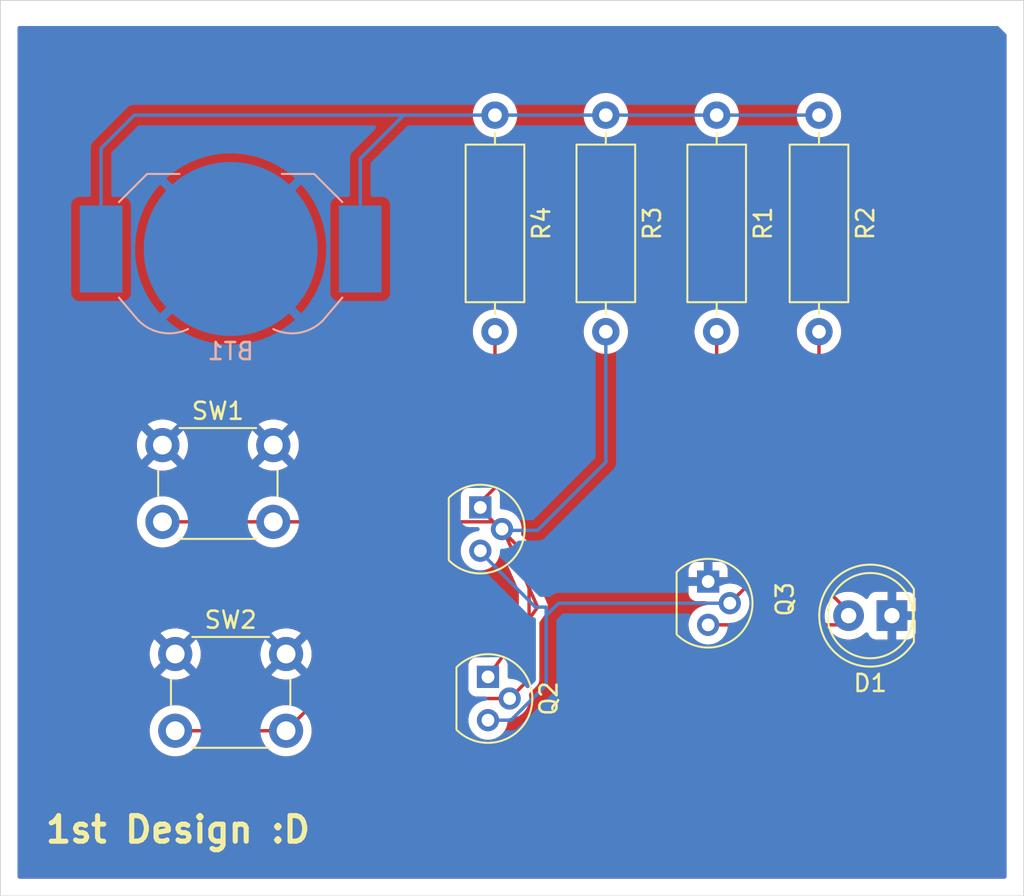
<source format=kicad_pcb>
(kicad_pcb (version 20241229) (generator "pcbnew") (generator_version "9.0")
  (layers (0 "F.Cu" signal) (2 "B.Cu" signal) (13 "F.Paste" user) (15 "B.Paste" user) (5 "F.SilkS" user "F.Silkscreen") (7 "B.SilkS" user "B.Silkscreen") (1 "F.Mask" user) (3 "B.Mask" user) (25 "Edge.Cuts" user))
  (net 0 "")
  (net 1 "GND")
  (net 2 "Net-(BT1-+)")
  (net 3 "Net-(D1-A)")
  (net 4 "Net-(Q1-B)")
  (net 5 "Net-(Q1-C)")
  (footprint "Resistor_THT:R_Axial_DIN0309_L9.0mm_D3.2mm_P12.70mm_Horizontal" (layer "F.Cu") (at 144.5 60.225 -90)
    (property "Reference" "R2" (at 6.35 -2.72 90) (layer "F.SilkS"))
    (property "Value" "470k")
    (fp_line (start 1.04 0) (end 1.73 0) (stroke (width 0.12)) (layer "F.SilkS"))
    (fp_line (start 11.66 0) (end 10.97 0) (stroke (width 0.12)) (layer "F.SilkS"))
    (fp_rect (start 1.73 -1.72) (end 10.97 1.72) (stroke (width 0.12)) (fill no) (layer "F.SilkS"))
    (pad "1" thru_hole circle (at 0 0 270) (size 1.6 1.6) (drill 0.8) (layers "*.Cu" "*.Mask") (net 2 "Net-(BT1-+)"))
    (pad "2" thru_hole circle (at 12.7 0 270) (size 1.6 1.6) (drill 0.8) (layers "*.Cu" "*.Mask") (net 3 "Net-(D1-A)"))
  )
  (footprint "Resistor_THT:R_Axial_DIN0309_L9.0mm_D3.2mm_P12.70mm_Horizontal" (layer "F.Cu") (at 125.5 60.225 -90)
    (property "Reference" "R4" (at 6.35 -2.72 90) (layer "F.SilkS"))
    (property "Value" "10k")
    (fp_line (start 1.04 0) (end 1.73 0) (stroke (width 0.12)) (layer "F.SilkS"))
    (fp_line (start 11.66 0) (end 10.97 0) (stroke (width 0.12)) (layer "F.SilkS"))
    (fp_rect (start 1.73 -1.72) (end 10.97 1.72) (stroke (width 0.12)) (fill no) (layer "F.SilkS"))
    (pad "1" thru_hole circle (at 0 0 270) (size 1.6 1.6) (drill 0.8) (layers "*.Cu" "*.Mask") (net 2 "Net-(BT1-+)"))
    (pad "2" thru_hole circle (at 12.7 0 270) (size 1.6 1.6) (drill 0.8) (layers "*.Cu" "*.Mask") (net 4 "Net-(Q1-B)"))
  )
  (footprint "Package_TO_SOT_THT:TO-92" (layer "F.Cu") (at 125.09 93.165 -90)
    (property "Reference" "Q2" (at 1.27 -3.56 90) (layer "F.SilkS"))
    (property "Value" "Transistor 2")
    (fp_line (start -0.53 1.85) (end 3.07 1.85) (stroke (width 0.12)) (layer "F.SilkS"))
    (fp_arc (start -0.568478 1.838478) (mid -1.132087 -0.994977) (end 1.27 -2.6) (stroke (width 0.12)) (layer "F.SilkS"))
    (fp_arc (start 1.27 -2.6) (mid 3.672087 -0.994977) (end 3.108478 1.838478) (stroke (width 0.12)) (layer "F.SilkS"))
    (pad "1" thru_hole rect (at 0 0 270) (size 1.3 1.3) (drill 0.75) (layers "*.Cu" "*.Mask") (net 4 "Net-(Q1-B)"))
    (pad "2" thru_hole circle (at 1.27 -1.27 270) (size 1.3 1.3) (drill 0.75) (layers "*.Cu" "*.Mask") (net 4 "Net-(Q1-B)"))
    (pad "3" thru_hole circle (at 2.54 0 270) (size 1.3 1.3) (drill 0.75) (layers "*.Cu" "*.Mask") (net 5 "Net-(Q1-C)"))
  )
  (footprint "Package_TO_SOT_THT:TO-92" (layer "F.Cu") (at 124.64 83.23 -90)
    (property "Reference" "Q1" (hide yes))
    (property "Value" "Transistor 1")
    (fp_line (start -0.53 1.85) (end 3.07 1.85) (stroke (width 0.12)) (layer "F.SilkS"))
    (fp_arc (start -0.568478 1.838478) (mid -1.132087 -0.994977) (end 1.27 -2.6) (stroke (width 0.12)) (layer "F.SilkS"))
    (fp_arc (start 1.27 -2.6) (mid 3.672087 -0.994977) (end 3.108478 1.838478) (stroke (width 0.12)) (layer "F.SilkS"))
    (pad "1" thru_hole rect (at 0 0 270) (size 1.3 1.3) (drill 0.75) (layers "*.Cu" "*.Mask") (net 4 "Net-(Q1-B)"))
    (pad "2" thru_hole circle (at 1.27 -1.27 270) (size 1.3 1.3) (drill 0.75) (layers "*.Cu" "*.Mask") (net 4 "Net-(Q1-B)"))
    (pad "3" thru_hole circle (at 2.54 0 270) (size 1.3 1.3) (drill 0.75) (layers "*.Cu" "*.Mask") (net 5 "Net-(Q1-C)"))
  )
  (footprint "Resistor_THT:R_Axial_DIN0309_L9.0mm_D3.2mm_P12.70mm_Horizontal" (layer "F.Cu") (at 138.5 60.225 -90)
    (property "Reference" "R1" (at 6.35 -2.72 90) (layer "F.SilkS"))
    (property "Value" "33k")
    (fp_line (start 1.04 0) (end 1.73 0) (stroke (width 0.12)) (layer "F.SilkS"))
    (fp_line (start 11.66 0) (end 10.97 0) (stroke (width 0.12)) (layer "F.SilkS"))
    (fp_rect (start 1.73 -1.72) (end 10.97 1.72) (stroke (width 0.12)) (fill no) (layer "F.SilkS"))
    (pad "1" thru_hole circle (at 0 0 270) (size 1.6 1.6) (drill 0.8) (layers "*.Cu" "*.Mask") (net 2 "Net-(BT1-+)"))
    (pad "2" thru_hole circle (at 12.7 0 270) (size 1.6 1.6) (drill 0.8) (layers "*.Cu" "*.Mask") (net 5 "Net-(Q1-C)"))
  )
  (footprint "Button_Switch_THT:SW_PUSH_6mm" (layer "F.Cu") (at 106.75 91.825)
    (property "Reference" "SW2" (at 3.25 -2 0) (layer "F.SilkS"))
    (property "Value" "Switch")
    (fp_line (start -0.25 1.5) (end -0.25 3) (stroke (width 0.12)) (layer "F.SilkS"))
    (fp_line (start 1 5.5) (end 5.5 5.5) (stroke (width 0.12)) (layer "F.SilkS"))
    (fp_line (start 5.5 -1) (end 1 -1) (stroke (width 0.12)) (layer "F.SilkS"))
    (fp_line (start 6.75 3) (end 6.75 1.5) (stroke (width 0.12)) (layer "F.SilkS"))
    (pad "1" thru_hole circle (at 0 0 90) (size 2 2) (drill 1.1) (layers "*.Cu" "*.Mask") (net 1 "GND"))
    (pad "1" thru_hole circle (at 6.5 0 90) (size 2 2) (drill 1.1) (layers "*.Cu" "*.Mask") (net 1 "GND"))
    (pad "2" thru_hole circle (at 0 4.5 90) (size 2 2) (drill 1.1) (layers "*.Cu" "*.Mask") (net 4 "Net-(Q1-B)"))
    (pad "2" thru_hole circle (at 6.5 4.5 90) (size 2 2) (drill 1.1) (layers "*.Cu" "*.Mask") (net 4 "Net-(Q1-B)"))
  )
  (footprint "Button_Switch_THT:SW_PUSH_6mm" (layer "F.Cu") (at 106 79.575)
    (property "Reference" "SW1" (at 3.25 -2 0) (layer "F.SilkS"))
    (property "Value" "SW_SPST")
    (fp_line (start -0.25 1.5) (end -0.25 3) (stroke (width 0.12)) (layer "F.SilkS"))
    (fp_line (start 1 5.5) (end 5.5 5.5) (stroke (width 0.12)) (layer "F.SilkS"))
    (fp_line (start 5.5 -1) (end 1 -1) (stroke (width 0.12)) (layer "F.SilkS"))
    (fp_line (start 6.75 3) (end 6.75 1.5) (stroke (width 0.12)) (layer "F.SilkS"))
    (pad "1" thru_hole circle (at 0 0 90) (size 2 2) (drill 1.1) (layers "*.Cu" "*.Mask") (net 1 "GND"))
    (pad "1" thru_hole circle (at 6.5 0 90) (size 2 2) (drill 1.1) (layers "*.Cu" "*.Mask") (net 1 "GND"))
    (pad "2" thru_hole circle (at 0 4.5 90) (size 2 2) (drill 1.1) (layers "*.Cu" "*.Mask") (net 4 "Net-(Q1-B)"))
    (pad "2" thru_hole circle (at 6.5 4.5 90) (size 2 2) (drill 1.1) (layers "*.Cu" "*.Mask") (net 4 "Net-(Q1-B)"))
  )
  (footprint "LED_THT:LED_D5.0mm" (layer "F.Cu") (at 148.775 89.575 180)
    (property "Reference" "D1" (at 1.27 -3.96 0) (layer "F.SilkS"))
    (property "Value" "LED")
    (fp_line (start -1.29 -1.545) (end -1.29 1.545) (stroke (width 0.12)) (layer "F.SilkS"))
    (fp_arc (start 4.26 0) (mid 2.071779 2.880495) (end -1.29 1.54483) (stroke (width 0.12)) (layer "F.SilkS"))
    (fp_arc (start -1.29 -1.54483) (mid 2.071779 -2.880495) (end 4.26 0) (stroke (width 0.12)) (layer "F.SilkS"))
    (fp_circle (center 1.27 0) (end 3.77 0) (stroke (width 0.12)) (fill no) (layer "F.SilkS"))
    (pad "1" thru_hole rect (at 0 0 180) (size 1.8 1.8) (drill 0.9) (layers "*.Cu" "*.Mask") (net 1 "GND"))
    (pad "2" thru_hole circle (at 2.54 0 180) (size 1.8 1.8) (drill 0.9) (layers "*.Cu" "*.Mask") (net 3 "Net-(D1-A)"))
  )
  (footprint "Resistor_THT:R_Axial_DIN0309_L9.0mm_D3.2mm_P12.70mm_Horizontal" (layer "F.Cu") (at 132 60.225 -90)
    (property "Reference" "R3" (at 6.35 -2.72 90) (layer "F.SilkS"))
    (property "Value" "10k")
    (fp_line (start 1.04 0) (end 1.73 0) (stroke (width 0.12)) (layer "F.SilkS"))
    (fp_line (start 11.66 0) (end 10.97 0) (stroke (width 0.12)) (layer "F.SilkS"))
    (fp_rect (start 1.73 -1.72) (end 10.97 1.72) (stroke (width 0.12)) (fill no) (layer "F.SilkS"))
    (pad "1" thru_hole circle (at 0 0 270) (size 1.6 1.6) (drill 0.8) (layers "*.Cu" "*.Mask") (net 2 "Net-(BT1-+)"))
    (pad "2" thru_hole circle (at 12.7 0 270) (size 1.6 1.6) (drill 0.8) (layers "*.Cu" "*.Mask") (net 4 "Net-(Q1-B)"))
  )
  (footprint "Package_TO_SOT_THT:TO-92" (layer "F.Cu") (at 138 87.575 -90)
    (property "Reference" "Q3" (at 1.04 -4.5 90) (layer "F.SilkS"))
    (property "Value" "Transistor 3")
    (fp_line (start -0.53 1.85) (end 3.07 1.85) (stroke (width 0.12)) (layer "F.SilkS"))
    (fp_arc (start -0.568478 1.838478) (mid -1.132087 -0.994977) (end 1.27 -2.6) (stroke (width 0.12)) (layer "F.SilkS"))
    (fp_arc (start 1.27 -2.6) (mid 3.672087 -0.994977) (end 3.108478 1.838478) (stroke (width 0.12)) (layer "F.SilkS"))
    (pad "1" thru_hole rect (at 0 0 270) (size 1.3 1.3) (drill 0.75) (layers "*.Cu" "*.Mask") (net 1 "GND"))
    (pad "2" thru_hole circle (at 1.27 -1.27 270) (size 1.3 1.3) (drill 0.75) (layers "*.Cu" "*.Mask") (net 5 "Net-(Q1-C)"))
    (pad "3" thru_hole circle (at 2.54 0 270) (size 1.3 1.3) (drill 0.75) (layers "*.Cu" "*.Mask") (net 3 "Net-(D1-A)"))
  )
  (footprint "Battery:BatteryHolder_LINX_BAT-HLD-012-SMT" (layer "B.Cu") (at 110 68.075 180)
    (property "Reference" "BT1" (at 0 -6 0) (layer "B.SilkS") (effects (justify mirror)))
    (property "Value" "Battery_Cell")
    (fp_line (start 6.55 -2.85) (end 5.4 -4.2) (stroke (width 0.12)) (layer "B.SilkS"))
    (fp_line (start 4.9 4.4) (end 6.55 2.75) (stroke (width 0.12)) (layer "B.SilkS"))
    (fp_line (start 4.9 4.4) (end 3 4.4) (stroke (width 0.12)) (layer "B.SilkS"))
    (fp_line (start -4.9 4.4) (end -3 4.4) (stroke (width 0.12)) (layer "B.SilkS"))
    (fp_line (start -6.55 2.75) (end -4.9 4.4) (stroke (width 0.12)) (layer "B.SilkS"))
    (fp_line (start -6.55 -2.85) (end -5.4 -4.2) (stroke (width 0.12)) (layer "B.SilkS"))
    (fp_arc (start 2.501694 -4.696459) (mid 4.029781 -4.909041) (end 5.4 -4.2) (stroke (width 0.12)) (layer "B.SilkS"))
    (fp_arc (start -5.4 -4.2) (mid -4.031094 -4.908816) (end -2.504098 -4.697607) (stroke (width 0.12)) (layer "B.SilkS"))
    (fp_text user "${REFERENCE}" (at 0 0 0) (layer "F.Cu"))
    (pad "1" smd rect (at -7.6 0 180) (size 2.5 5.1) (layers "B.Cu" "B.Mask" "B.Paste") (net 2 "Net-(BT1-+)"))
    (pad "1" smd rect (at 7.6 0 180) (size 2.5 5.1) (layers "B.Cu" "B.Mask" "B.Paste") (net 2 "Net-(BT1-+)"))
    (pad "2" smd circle (at 0 0 180) (size 10.2 10.2) (layers "B.Cu" "B.Mask") (net 1 "GND"))
  )
  (gr_line (start 125.09 93.165) (end 128 89.075) (stroke (width 0.2)) (layer "F.Cu") (net 4))
  (gr_line (start 128 89.075) (end 126 84.575) (stroke (width 0.2)) (layer "F.Cu") (net 4))
  (gr_rect (start 96.5 53.5) (end 156.5 106) (stroke (width 0.05)) (fill no) (layer "Edge.Cuts"))
  (gr_text "1st Design :D" (at 99 103 0) (layer "F.SilkS") (effects (font (size 1.5 1.5) (thickness 0.3) (bold yes)) (justify left bottom)))
  (segment (start 117.6 62.775) (end 120.15 60.225) (width 0.2) (layer "B.Cu") (net 2))
  (segment (start 132 60.225) (end 138.5 60.225) (width 0.2) (layer "B.Cu") (net 2))
  (segment (start 120.15 60.225) (end 125.5 60.225) (width 0.2) (layer "B.Cu") (net 2))
  (segment (start 102.4 62.175) (end 104.35 60.225) (width 0.2) (layer "B.Cu") (net 2))
  (segment (start 117.6 68.075) (end 117.6 62.775) (width 0.2) (layer "B.Cu") (net 2))
  (segment (start 102.4 68.075) (end 102.4 62.175) (width 0.2) (layer "B.Cu") (net 2))
  (segment (start 138.5 60.225) (end 144.5 60.225) (width 0.2) (layer "B.Cu") (net 2))
  (segment (start 104.35 60.225) (end 120.15 60.225) (width 0.2) (layer "B.Cu") (net 2))
  (segment (start 125.5 60.225) (end 132 60.225) (width 0.2) (layer "B.Cu") (net 2))
  (segment (start 138 90.115) (end 145.695 90.115) (width 0.2) (layer "F.Cu") (net 3))
  (segment (start 146.235 89.575) (end 146.235 89.34) (width 0.2) (layer "F.Cu") (net 3))
  (segment (start 145.695 90.115) (end 146.235 89.575) (width 0.2) (layer "F.Cu") (net 3))
  (segment (start 144.5 87.605) (end 144.5 72.925) (width 0.2) (layer "F.Cu") (net 3))
  (segment (start 146.235 89.34) (end 144.5 87.605) (width 0.2) (layer "F.Cu") (net 3))
  (segment (start 124.64 83.305) (end 124.64 82.935) (width 0.2) (layer "F.Cu") (net 4))
  (segment (start 113.25 96.325) (end 115.14 94.435) (width 0.2) (layer "F.Cu") (net 4))
  (segment (start 127.5 93.295) (end 127.5 86.165) (width 0.2) (layer "F.Cu") (net 4))
  (segment (start 125.41 84.075) (end 125.91 84.575) (width 0.2) (layer "F.Cu") (net 4))
  (segment (start 112.5 84.075) (end 125.41 84.075) (width 0.2) (layer "F.Cu") (net 4))
  (segment (start 126.36 94.435) (end 127.5 93.295) (width 0.2) (layer "F.Cu") (net 4))
  (segment (start 115.14 94.435) (end 126.36 94.435) (width 0.2) (layer "F.Cu") (net 4))
  (segment (start 106 84.075) (end 112.5 84.075) (width 0.2) (layer "F.Cu") (net 4))
  (segment (start 106.75 96.325) (end 113.25 96.325) (width 0.2) (layer "F.Cu") (net 4))
  (segment (start 127.5 86.165) (end 124.64 83.305) (width 0.2) (layer "F.Cu") (net 4))
  (segment (start 124.64 82.935) (end 125.5 82.075) (width 0.2) (layer "F.Cu") (net 4))
  (segment (start 125.5 82.075) (end 125.5 72.925) (width 0.2) (layer "F.Cu") (net 4))
  (segment (start 124.64 83.305) (end 124.77 83.305) (width 0.2) (layer "B.Cu") (net 4))
  (segment (start 125.91 84.575) (end 128 84.575) (width 0.2) (layer "B.Cu") (net 4))
  (segment (start 128 84.575) (end 132 80.575) (width 0.2) (layer "B.Cu") (net 4))
  (segment (start 132 80.575) (end 132 72.925) (width 0.2) (layer "B.Cu") (net 4))
  (segment (start 124.77 83.305) (end 125 83.075) (width 0.2) (layer "B.Cu") (net 4))
  (segment (start 139.27 88.845) (end 141.5 86.615) (width 0.2) (layer "F.Cu") (net 5))
  (segment (start 141.5 86.615) (end 141.5 86.575) (width 0.2) (layer "F.Cu") (net 5))
  (segment (start 138.5 83.575) (end 138.5 72.925) (width 0.2) (layer "F.Cu") (net 5))
  (segment (start 141.5 86.575) (end 138.5 83.575) (width 0.2) (layer "F.Cu") (net 5))
  (segment (start 128.5 89.575) (end 128.5 89.075) (width 0.2) (layer "B.Cu") (net 5))
  (segment (start 128.5 89.575) (end 129.23 88.845) (width 0.2) (layer "B.Cu") (net 5))
  (segment (start 125.09 95.705) (end 126.434918 95.705) (width 0.2) (layer "B.Cu") (net 5))
  (segment (start 126.434918 95.705) (end 128.5 93.639918) (width 0.2) (layer "B.Cu") (net 5))
  (segment (start 127.87 89.075) (end 124.64 85.845) (width 0.2) (layer "B.Cu") (net 5))
  (segment (start 129.23 88.845) (end 139.27 88.845) (width 0.2) (layer "B.Cu") (net 5))
  (segment (start 128.5 93.639918) (end 128.5 89.575) (width 0.2) (layer "B.Cu") (net 5))
  (segment (start 128.5 89.075) (end 127.87 89.075) (width 0.2) (layer "B.Cu") (net 5))
  (zone (net 1) (net_name "GND") (layer "F.Cu") (connect_pads (clearance 0.5)) (min_thickness 0.25) (fill yes (thermal_gap 0.5) (thermal_bridge_width 0.5))
    (polygon (pts (xy 97.5 55) (xy 155 55) (xy 155.5 55.5) (xy 155.5 105) (xy 97.5 105) (xy 97.5 55.5)))
  )
  (zone (net 1) (net_name "GND") (layer "B.Cu") (priority 1) (connect_pads (clearance 0.5)) (min_thickness 0.25) (fill yes (thermal_gap 0.5) (thermal_bridge_width 0.5))
    (polygon (pts (xy 97.5 55) (xy 155 55) (xy 155.5 55.5) (xy 155.5 105) (xy 97.5 105)))
  )
)
</source>
